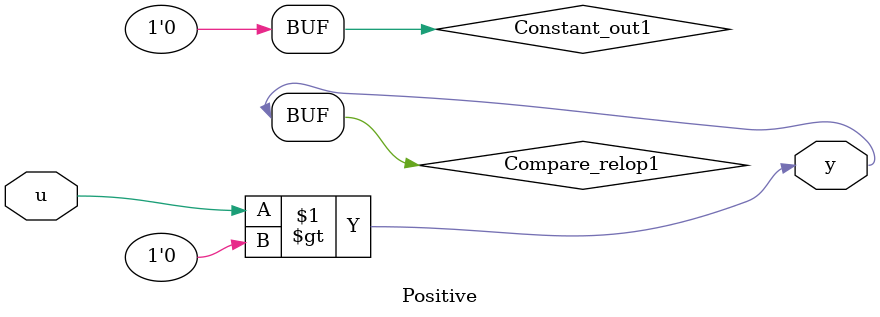
<source format=v>



`timescale 1 ns / 1 ns

module Positive
          (u,
           y);


  input   u;
  output  y;


  wire Constant_out1;
  wire Compare_relop1;


  assign Constant_out1 = 1'b0;



  assign Compare_relop1 = u > Constant_out1;



  assign y = Compare_relop1;

endmodule  // Positive


</source>
